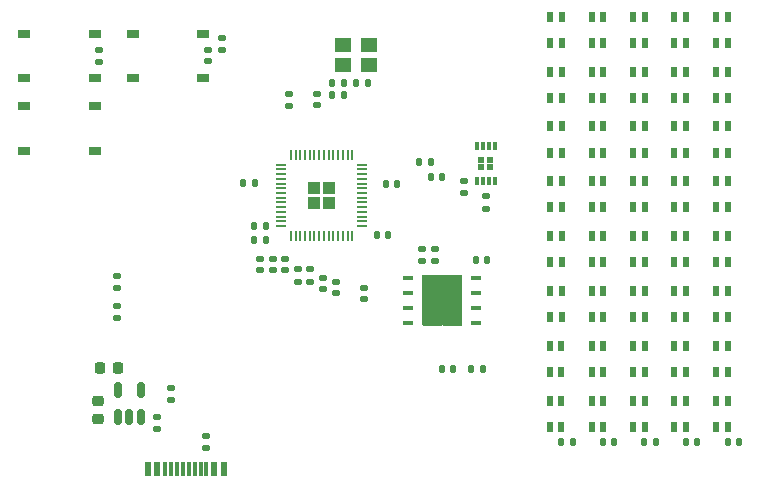
<source format=gbr>
%TF.GenerationSoftware,KiCad,Pcbnew,(6.0.5)*%
%TF.CreationDate,2022-06-22T21:04:07-07:00*%
%TF.ProjectId,diva-card,64697661-2d63-4617-9264-2e6b69636164,rev?*%
%TF.SameCoordinates,Original*%
%TF.FileFunction,Paste,Top*%
%TF.FilePolarity,Positive*%
%FSLAX46Y46*%
G04 Gerber Fmt 4.6, Leading zero omitted, Abs format (unit mm)*
G04 Created by KiCad (PCBNEW (6.0.5)) date 2022-06-22 21:04:07*
%MOMM*%
%LPD*%
G01*
G04 APERTURE LIST*
G04 Aperture macros list*
%AMRoundRect*
0 Rectangle with rounded corners*
0 $1 Rounding radius*
0 $2 $3 $4 $5 $6 $7 $8 $9 X,Y pos of 4 corners*
0 Add a 4 corners polygon primitive as box body*
4,1,4,$2,$3,$4,$5,$6,$7,$8,$9,$2,$3,0*
0 Add four circle primitives for the rounded corners*
1,1,$1+$1,$2,$3*
1,1,$1+$1,$4,$5*
1,1,$1+$1,$6,$7*
1,1,$1+$1,$8,$9*
0 Add four rect primitives between the rounded corners*
20,1,$1+$1,$2,$3,$4,$5,0*
20,1,$1+$1,$4,$5,$6,$7,0*
20,1,$1+$1,$6,$7,$8,$9,0*
20,1,$1+$1,$8,$9,$2,$3,0*%
G04 Aperture macros list end*
%ADD10C,0.100000*%
%ADD11R,0.609600X0.914400*%
%ADD12RoundRect,0.140000X-0.170000X0.140000X-0.170000X-0.140000X0.170000X-0.140000X0.170000X0.140000X0*%
%ADD13RoundRect,0.225000X0.225000X0.250000X-0.225000X0.250000X-0.225000X-0.250000X0.225000X-0.250000X0*%
%ADD14RoundRect,0.135000X0.185000X-0.135000X0.185000X0.135000X-0.185000X0.135000X-0.185000X-0.135000X0*%
%ADD15RoundRect,0.140000X-0.140000X-0.170000X0.140000X-0.170000X0.140000X0.170000X-0.140000X0.170000X0*%
%ADD16RoundRect,0.135000X0.135000X0.185000X-0.135000X0.185000X-0.135000X-0.185000X0.135000X-0.185000X0*%
%ADD17RoundRect,0.140000X0.140000X0.170000X-0.140000X0.170000X-0.140000X-0.170000X0.140000X-0.170000X0*%
%ADD18RoundRect,0.140000X0.170000X-0.140000X0.170000X0.140000X-0.170000X0.140000X-0.170000X-0.140000X0*%
%ADD19RoundRect,0.150000X0.150000X-0.512500X0.150000X0.512500X-0.150000X0.512500X-0.150000X-0.512500X0*%
%ADD20RoundRect,0.147500X0.147500X0.172500X-0.147500X0.172500X-0.147500X-0.172500X0.147500X-0.172500X0*%
%ADD21R,1.000000X0.750000*%
%ADD22R,0.600000X0.500000*%
%ADD23R,0.300000X0.750000*%
%ADD24R,0.965200X0.431800*%
%ADD25R,3.454400X4.343400*%
%ADD26RoundRect,0.135000X-0.185000X0.135000X-0.185000X-0.135000X0.185000X-0.135000X0.185000X0.135000X0*%
%ADD27R,0.600000X1.160000*%
%ADD28R,0.300000X1.160000*%
%ADD29RoundRect,0.147500X0.172500X-0.147500X0.172500X0.147500X-0.172500X0.147500X-0.172500X-0.147500X0*%
%ADD30RoundRect,0.225000X0.250000X-0.225000X0.250000X0.225000X-0.250000X0.225000X-0.250000X-0.225000X0*%
%ADD31RoundRect,0.250000X0.292217X0.292217X-0.292217X0.292217X-0.292217X-0.292217X0.292217X-0.292217X0*%
%ADD32RoundRect,0.050000X0.387500X0.050000X-0.387500X0.050000X-0.387500X-0.050000X0.387500X-0.050000X0*%
%ADD33RoundRect,0.050000X0.050000X0.387500X-0.050000X0.387500X-0.050000X-0.387500X0.050000X-0.387500X0*%
%ADD34R,1.400000X1.200000*%
%ADD35RoundRect,0.135000X-0.135000X-0.185000X0.135000X-0.185000X0.135000X0.185000X-0.135000X0.185000X0*%
G04 APERTURE END LIST*
%TO.C,U3*%
G36*
X103899100Y-94821700D02*
G01*
X102371900Y-94821700D01*
X102371900Y-93573900D01*
X103899100Y-93573900D01*
X103899100Y-94821700D01*
G37*
D10*
X103899100Y-94821700D02*
X102371900Y-94821700D01*
X102371900Y-93573900D01*
X103899100Y-93573900D01*
X103899100Y-94821700D01*
G36*
X102171900Y-91926100D02*
G01*
X100644700Y-91926100D01*
X100644700Y-90678300D01*
X102171900Y-90678300D01*
X102171900Y-91926100D01*
G37*
X102171900Y-91926100D02*
X100644700Y-91926100D01*
X100644700Y-90678300D01*
X102171900Y-90678300D01*
X102171900Y-91926100D01*
G36*
X103899100Y-91926100D02*
G01*
X102371900Y-91926100D01*
X102371900Y-90678300D01*
X103899100Y-90678300D01*
X103899100Y-91926100D01*
G37*
X103899100Y-91926100D02*
X102371900Y-91926100D01*
X102371900Y-90678300D01*
X103899100Y-90678300D01*
X103899100Y-91926100D01*
G36*
X102171900Y-93373900D02*
G01*
X100644700Y-93373900D01*
X100644700Y-92126100D01*
X102171900Y-92126100D01*
X102171900Y-93373900D01*
G37*
X102171900Y-93373900D02*
X100644700Y-93373900D01*
X100644700Y-92126100D01*
X102171900Y-92126100D01*
X102171900Y-93373900D01*
G36*
X102171900Y-94821700D02*
G01*
X100644700Y-94821700D01*
X100644700Y-93573900D01*
X102171900Y-93573900D01*
X102171900Y-94821700D01*
G37*
X102171900Y-94821700D02*
X100644700Y-94821700D01*
X100644700Y-93573900D01*
X102171900Y-93573900D01*
X102171900Y-94821700D01*
G36*
X103899100Y-93373900D02*
G01*
X102371900Y-93373900D01*
X102371900Y-92126100D01*
X103899100Y-92126100D01*
X103899100Y-93373900D01*
G37*
X103899100Y-93373900D02*
X102371900Y-93373900D01*
X102371900Y-92126100D01*
X103899100Y-92126100D01*
X103899100Y-93373900D01*
%TD*%
D11*
%TO.C,L33*%
X126462999Y-101263100D03*
X125463001Y-101263100D03*
X125463001Y-103472900D03*
X126462999Y-103472900D03*
%TD*%
D12*
%TO.C,C23*%
X82500000Y-71570000D03*
X82500000Y-72530000D03*
%TD*%
D13*
%TO.C,C2*%
X74841400Y-98532000D03*
X73291400Y-98532000D03*
%TD*%
D14*
%TO.C,R14*%
X83675000Y-71560000D03*
X83675000Y-70540000D03*
%TD*%
D11*
%TO.C,L34*%
X126462999Y-96620242D03*
X125463001Y-96620242D03*
X125463001Y-98830042D03*
X126462999Y-98830042D03*
%TD*%
D12*
%TO.C,C10*%
X88983600Y-89282400D03*
X88983600Y-90242400D03*
%TD*%
D11*
%TO.C,L36*%
X126462999Y-87334528D03*
X125463001Y-87334528D03*
X125463001Y-89544328D03*
X126462999Y-89544328D03*
%TD*%
%TO.C,L6*%
X112462998Y-78048814D03*
X111463000Y-78048814D03*
X111463000Y-80258614D03*
X112462998Y-80258614D03*
%TD*%
%TO.C,L12*%
X115962999Y-87334528D03*
X114963001Y-87334528D03*
X114963001Y-89544328D03*
X115962999Y-89544328D03*
%TD*%
%TO.C,L10*%
X115962999Y-96620242D03*
X114963001Y-96620242D03*
X114963001Y-98830042D03*
X115962999Y-98830042D03*
%TD*%
%TO.C,L20*%
X119462999Y-87334528D03*
X118463001Y-87334528D03*
X118463001Y-89544328D03*
X119462999Y-89544328D03*
%TD*%
%TO.C,L17*%
X119462999Y-101263100D03*
X118463001Y-101263100D03*
X118463001Y-103472900D03*
X119462999Y-103472900D03*
%TD*%
D15*
%TO.C,C6*%
X122948000Y-104768000D03*
X123908000Y-104768000D03*
%TD*%
D11*
%TO.C,L15*%
X115962999Y-73405957D03*
X114963001Y-73405957D03*
X114963001Y-75615757D03*
X115962999Y-75615757D03*
%TD*%
%TO.C,L4*%
X112462998Y-87334528D03*
X111463000Y-87334528D03*
X111463000Y-89544328D03*
X112462998Y-89544328D03*
%TD*%
D16*
%TO.C,R10*%
X93960000Y-75420000D03*
X92940000Y-75420000D03*
%TD*%
D11*
%TO.C,L31*%
X122962999Y-73405957D03*
X121963001Y-73405957D03*
X121963001Y-75615757D03*
X122962999Y-75615757D03*
%TD*%
D14*
%TO.C,R16*%
X105980000Y-85000000D03*
X105980000Y-83980000D03*
%TD*%
D12*
%TO.C,C19*%
X87950000Y-89270000D03*
X87950000Y-90230000D03*
%TD*%
D11*
%TO.C,L25*%
X122962999Y-101263100D03*
X121963001Y-101263100D03*
X121963001Y-103472900D03*
X122962999Y-103472900D03*
%TD*%
D15*
%TO.C,C7*%
X126463000Y-104768000D03*
X127423000Y-104768000D03*
%TD*%
D14*
%TO.C,R5*%
X104150000Y-83650000D03*
X104150000Y-82630000D03*
%TD*%
D15*
%TO.C,C22*%
X92990000Y-74374400D03*
X93950000Y-74374400D03*
%TD*%
D14*
%TO.C,R2*%
X73275000Y-72585000D03*
X73275000Y-71565000D03*
%TD*%
D11*
%TO.C,L24*%
X119462999Y-68763100D03*
X118463001Y-68763100D03*
X118463001Y-70972900D03*
X119462999Y-70972900D03*
%TD*%
%TO.C,L9*%
X115962999Y-101263100D03*
X114963001Y-101263100D03*
X114963001Y-103472900D03*
X115962999Y-103472900D03*
%TD*%
%TO.C,L3*%
X112462998Y-91977385D03*
X111463000Y-91977385D03*
X111463000Y-94187185D03*
X112462998Y-94187185D03*
%TD*%
D15*
%TO.C,C16*%
X96780000Y-87220000D03*
X97740000Y-87220000D03*
%TD*%
D17*
%TO.C,C13*%
X86430000Y-82875000D03*
X85470000Y-82875000D03*
%TD*%
D18*
%TO.C,C14*%
X91700000Y-76230000D03*
X91700000Y-75270000D03*
%TD*%
D11*
%TO.C,L39*%
X126462999Y-73405957D03*
X125463001Y-73405957D03*
X125463001Y-75615757D03*
X126462999Y-75615757D03*
%TD*%
%TO.C,L27*%
X122962999Y-91977385D03*
X121963001Y-91977385D03*
X121963001Y-94187185D03*
X122962999Y-94187185D03*
%TD*%
%TO.C,L1*%
X112399974Y-101263100D03*
X111399976Y-101263100D03*
X111399976Y-103472900D03*
X112399974Y-103472900D03*
%TD*%
D19*
%TO.C,U1*%
X74874400Y-102619500D03*
X75824400Y-102619500D03*
X76774400Y-102619500D03*
X76774400Y-100344500D03*
X74874400Y-100344500D03*
%TD*%
D11*
%TO.C,L40*%
X126462999Y-68763100D03*
X125463001Y-68763100D03*
X125463001Y-70972900D03*
X126462999Y-70972900D03*
%TD*%
%TO.C,L30*%
X122962999Y-78048814D03*
X121963001Y-78048814D03*
X121963001Y-80258614D03*
X122962999Y-80258614D03*
%TD*%
D15*
%TO.C,C3*%
X112403000Y-104768000D03*
X113363000Y-104768000D03*
%TD*%
D11*
%TO.C,L13*%
X115962999Y-82691671D03*
X114963001Y-82691671D03*
X114963001Y-84901471D03*
X115962999Y-84901471D03*
%TD*%
D15*
%TO.C,C24*%
X101320000Y-82350000D03*
X102280000Y-82350000D03*
%TD*%
D20*
%TO.C,D1*%
X103250000Y-98600000D03*
X102280000Y-98600000D03*
%TD*%
D21*
%TO.C,SW3*%
X82090000Y-70200000D03*
X82090000Y-73950000D03*
X76090000Y-70200000D03*
X76090000Y-73950000D03*
%TD*%
D11*
%TO.C,L38*%
X126462999Y-78048814D03*
X125463001Y-78048814D03*
X125463001Y-80258614D03*
X126462999Y-80258614D03*
%TD*%
%TO.C,L18*%
X119462999Y-96620242D03*
X118463001Y-96620242D03*
X118463001Y-98830042D03*
X119462999Y-98830042D03*
%TD*%
D22*
%TO.C,U2*%
X106375000Y-80855000D03*
X105625000Y-80855000D03*
X106375000Y-81505000D03*
X105625000Y-81505000D03*
D23*
X106750000Y-79730000D03*
X106250000Y-79730000D03*
X105750000Y-79730000D03*
X105250000Y-79730000D03*
X105250000Y-82630000D03*
X105750000Y-82630000D03*
X106250000Y-82630000D03*
X106750000Y-82630000D03*
%TD*%
D11*
%TO.C,L8*%
X112462998Y-68763100D03*
X111463000Y-68763100D03*
X111463000Y-70972900D03*
X112462998Y-70972900D03*
%TD*%
D24*
%TO.C,U3*%
X99401700Y-90845000D03*
X99401700Y-92115000D03*
X99401700Y-93385000D03*
X99401700Y-94655000D03*
X105142100Y-94655000D03*
X105142100Y-93385000D03*
X105142100Y-92115000D03*
X105142100Y-90845000D03*
D25*
X102271900Y-92750000D03*
%TD*%
D26*
%TO.C,R15*%
X100600000Y-88390000D03*
X100600000Y-89410000D03*
%TD*%
%TO.C,R7*%
X91100000Y-90160000D03*
X91100000Y-91180000D03*
%TD*%
D27*
%TO.C,J2*%
X77400000Y-107015000D03*
X78200000Y-107015000D03*
D28*
X79350000Y-107015000D03*
X80350000Y-107015000D03*
X80850000Y-107015000D03*
X81850000Y-107015000D03*
D27*
X83000000Y-107015000D03*
X83800000Y-107015000D03*
X83800000Y-107015000D03*
X83000000Y-107015000D03*
D28*
X82350000Y-107015000D03*
X81350000Y-107015000D03*
X79850000Y-107015000D03*
X78850000Y-107015000D03*
D27*
X78200000Y-107015000D03*
X77400000Y-107015000D03*
%TD*%
D11*
%TO.C,L11*%
X115962999Y-91977385D03*
X114963001Y-91977385D03*
X114963001Y-94187185D03*
X115962999Y-94187185D03*
%TD*%
D15*
%TO.C,C4*%
X115918000Y-104768000D03*
X116878000Y-104768000D03*
%TD*%
D29*
%TO.C,D2*%
X74800000Y-91720000D03*
X74800000Y-90750000D03*
%TD*%
D21*
%TO.C,SW1*%
X72900000Y-70200000D03*
X72900000Y-73950000D03*
X66900000Y-70200000D03*
X66900000Y-73950000D03*
%TD*%
D30*
%TO.C,C1*%
X73124400Y-102807000D03*
X73124400Y-101257000D03*
%TD*%
D17*
%TO.C,C21*%
X96004000Y-74374400D03*
X95044000Y-74374400D03*
%TD*%
D11*
%TO.C,L32*%
X122962999Y-68763100D03*
X121963001Y-68763100D03*
X121963001Y-70972900D03*
X122962999Y-70972900D03*
%TD*%
%TO.C,L29*%
X122962999Y-82691671D03*
X121963001Y-82691671D03*
X121963001Y-84901471D03*
X122962999Y-84901471D03*
%TD*%
D31*
%TO.C,U4*%
X92730000Y-83252500D03*
X91455000Y-84527500D03*
X92730000Y-84527500D03*
X91455000Y-83252500D03*
D32*
X95530000Y-86490000D03*
X95530000Y-86090000D03*
X95530000Y-85690000D03*
X95530000Y-85290000D03*
X95530000Y-84890000D03*
X95530000Y-84490000D03*
X95530000Y-84090000D03*
X95530000Y-83690000D03*
X95530000Y-83290000D03*
X95530000Y-82890000D03*
X95530000Y-82490000D03*
X95530000Y-82090000D03*
X95530000Y-81690000D03*
X95530000Y-81290000D03*
D33*
X94692500Y-80452500D03*
X94292500Y-80452500D03*
X93892500Y-80452500D03*
X93492500Y-80452500D03*
X93092500Y-80452500D03*
X92692500Y-80452500D03*
X92292500Y-80452500D03*
X91892500Y-80452500D03*
X91492500Y-80452500D03*
X91092500Y-80452500D03*
X90692500Y-80452500D03*
X90292500Y-80452500D03*
X89892500Y-80452500D03*
X89492500Y-80452500D03*
D32*
X88655000Y-81290000D03*
X88655000Y-81690000D03*
X88655000Y-82090000D03*
X88655000Y-82490000D03*
X88655000Y-82890000D03*
X88655000Y-83290000D03*
X88655000Y-83690000D03*
X88655000Y-84090000D03*
X88655000Y-84490000D03*
X88655000Y-84890000D03*
X88655000Y-85290000D03*
X88655000Y-85690000D03*
X88655000Y-86090000D03*
X88655000Y-86490000D03*
D33*
X89492500Y-87327500D03*
X89892500Y-87327500D03*
X90292500Y-87327500D03*
X90692500Y-87327500D03*
X91092500Y-87327500D03*
X91492500Y-87327500D03*
X91892500Y-87327500D03*
X92292500Y-87327500D03*
X92692500Y-87327500D03*
X93092500Y-87327500D03*
X93492500Y-87327500D03*
X93892500Y-87327500D03*
X94292500Y-87327500D03*
X94692500Y-87327500D03*
%TD*%
D17*
%TO.C,C20*%
X87355000Y-87700000D03*
X86395000Y-87700000D03*
%TD*%
D11*
%TO.C,L21*%
X119462999Y-82691671D03*
X118463001Y-82691671D03*
X118463001Y-84901471D03*
X119462999Y-84901471D03*
%TD*%
D34*
%TO.C,Y1*%
X93916000Y-72887600D03*
X96116000Y-72887600D03*
X96116000Y-71187600D03*
X93916000Y-71187600D03*
%TD*%
D26*
%TO.C,R8*%
X90058600Y-90160000D03*
X90058600Y-91180000D03*
%TD*%
D14*
%TO.C,R11*%
X79349600Y-101193600D03*
X79349600Y-100173600D03*
%TD*%
D11*
%TO.C,L16*%
X115962999Y-68763100D03*
X114963001Y-68763100D03*
X114963001Y-70972900D03*
X115962999Y-70972900D03*
%TD*%
D12*
%TO.C,C17*%
X92220000Y-90860000D03*
X92220000Y-91820000D03*
%TD*%
D21*
%TO.C,SW2*%
X72900000Y-76350000D03*
X72900000Y-80100000D03*
X66900000Y-76350000D03*
X66900000Y-80100000D03*
%TD*%
D12*
%TO.C,C11*%
X93330000Y-91190000D03*
X93330000Y-92150000D03*
%TD*%
D11*
%TO.C,L23*%
X119462999Y-73405957D03*
X118463001Y-73405957D03*
X118463001Y-75615757D03*
X119462999Y-75615757D03*
%TD*%
D26*
%TO.C,R9*%
X89325000Y-75265000D03*
X89325000Y-76285000D03*
%TD*%
D15*
%TO.C,C8*%
X105140000Y-89365000D03*
X106100000Y-89365000D03*
%TD*%
D11*
%TO.C,L35*%
X126462999Y-91977385D03*
X125463001Y-91977385D03*
X125463001Y-94187185D03*
X126462999Y-94187185D03*
%TD*%
%TO.C,L14*%
X115962999Y-78048814D03*
X114963001Y-78048814D03*
X114963001Y-80258614D03*
X115962999Y-80258614D03*
%TD*%
%TO.C,L7*%
X112462998Y-73405957D03*
X111463000Y-73405957D03*
X111463000Y-75615757D03*
X112462998Y-75615757D03*
%TD*%
D12*
%TO.C,C9*%
X95650000Y-91720000D03*
X95650000Y-92680000D03*
%TD*%
D26*
%TO.C,R3*%
X101700000Y-88390000D03*
X101700000Y-89410000D03*
%TD*%
%TO.C,R6*%
X74800000Y-93235000D03*
X74800000Y-94255000D03*
%TD*%
D11*
%TO.C,L19*%
X119462999Y-91977385D03*
X118463001Y-91977385D03*
X118463001Y-94187185D03*
X119462999Y-94187185D03*
%TD*%
D17*
%TO.C,C12*%
X87363600Y-86512400D03*
X86403600Y-86512400D03*
%TD*%
D11*
%TO.C,L28*%
X122962999Y-87334528D03*
X121963001Y-87334528D03*
X121963001Y-89544328D03*
X122962999Y-89544328D03*
%TD*%
%TO.C,L26*%
X122962999Y-96620242D03*
X121963001Y-96620242D03*
X121963001Y-98830042D03*
X122962999Y-98830042D03*
%TD*%
D35*
%TO.C,R4*%
X104721200Y-98600000D03*
X105741200Y-98600000D03*
%TD*%
D11*
%TO.C,L37*%
X126462999Y-82691671D03*
X125463001Y-82691671D03*
X125463001Y-84901471D03*
X126462999Y-84901471D03*
%TD*%
D15*
%TO.C,C15*%
X97550000Y-82940000D03*
X98510000Y-82940000D03*
%TD*%
%TO.C,C5*%
X119433000Y-104768000D03*
X120393000Y-104768000D03*
%TD*%
D11*
%TO.C,L5*%
X112462998Y-82691671D03*
X111463000Y-82691671D03*
X111463000Y-84901471D03*
X112462998Y-84901471D03*
%TD*%
D14*
%TO.C,R1*%
X78130400Y-103634000D03*
X78130400Y-102614000D03*
%TD*%
D12*
%TO.C,C18*%
X86890000Y-89270000D03*
X86890000Y-90230000D03*
%TD*%
D11*
%TO.C,L2*%
X112399974Y-96620242D03*
X111399976Y-96620242D03*
X111399976Y-98830042D03*
X112399974Y-98830042D03*
%TD*%
D16*
%TO.C,R13*%
X101320000Y-81100000D03*
X100300000Y-81100000D03*
%TD*%
D14*
%TO.C,R12*%
X82346800Y-105259600D03*
X82346800Y-104239600D03*
%TD*%
D11*
%TO.C,L22*%
X119462999Y-78048814D03*
X118463001Y-78048814D03*
X118463001Y-80258614D03*
X119462999Y-80258614D03*
%TD*%
M02*

</source>
